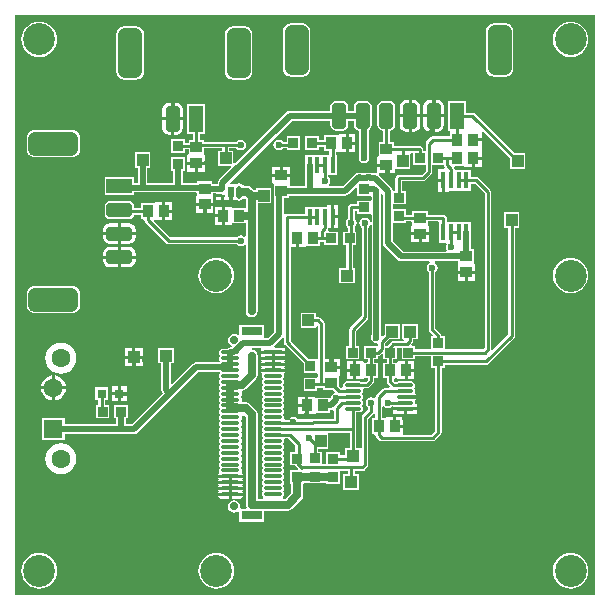
<source format=gtl>
G04*
G04 #@! TF.GenerationSoftware,Altium Limited,Altium Designer,18.1.9 (240)*
G04*
G04 Layer_Physical_Order=1*
G04 Layer_Color=255*
%FSLAX25Y25*%
%MOIN*%
G70*
G01*
G75*
%ADD11C,0.01968*%
%ADD14C,0.01000*%
%ADD16R,0.01772X0.05709*%
G04:AMPARAMS|DCode=17|XSize=78.74mil|YSize=165.35mil|CornerRadius=19.68mil|HoleSize=0mil|Usage=FLASHONLY|Rotation=270.000|XOffset=0mil|YOffset=0mil|HoleType=Round|Shape=RoundedRectangle|*
%AMROUNDEDRECTD17*
21,1,0.07874,0.12598,0,0,270.0*
21,1,0.03937,0.16535,0,0,270.0*
1,1,0.03937,-0.06299,-0.01968*
1,1,0.03937,-0.06299,0.01968*
1,1,0.03937,0.06299,0.01968*
1,1,0.03937,0.06299,-0.01968*
%
%ADD17ROUNDEDRECTD17*%
G04:AMPARAMS|DCode=18|XSize=47.24mil|YSize=86.61mil|CornerRadius=11.81mil|HoleSize=0mil|Usage=FLASHONLY|Rotation=270.000|XOffset=0mil|YOffset=0mil|HoleType=Round|Shape=RoundedRectangle|*
%AMROUNDEDRECTD18*
21,1,0.04724,0.06299,0,0,270.0*
21,1,0.02362,0.08661,0,0,270.0*
1,1,0.02362,-0.03150,-0.01181*
1,1,0.02362,-0.03150,0.01181*
1,1,0.02362,0.03150,0.01181*
1,1,0.02362,0.03150,-0.01181*
%
%ADD18ROUNDEDRECTD18*%
%ADD19R,0.08661X0.04724*%
%ADD20R,0.03937X0.03543*%
%ADD21R,0.03347X0.03347*%
%ADD22R,0.03543X0.03937*%
%ADD23R,0.01968X0.00984*%
%ADD24R,0.01968X0.03386*%
%ADD25R,0.03347X0.03347*%
%ADD26R,0.05709X0.01181*%
%ADD27O,0.05709X0.01181*%
%ADD28R,0.07087X0.03150*%
%ADD29O,0.06299X0.01181*%
%ADD30R,0.06299X0.01181*%
%ADD31R,0.03150X0.03150*%
G04:AMPARAMS|DCode=32|XSize=47.24mil|YSize=86.61mil|CornerRadius=11.81mil|HoleSize=0mil|Usage=FLASHONLY|Rotation=180.000|XOffset=0mil|YOffset=0mil|HoleType=Round|Shape=RoundedRectangle|*
%AMROUNDEDRECTD32*
21,1,0.04724,0.06299,0,0,180.0*
21,1,0.02362,0.08661,0,0,180.0*
1,1,0.02362,-0.01181,0.03150*
1,1,0.02362,0.01181,0.03150*
1,1,0.02362,0.01181,-0.03150*
1,1,0.02362,-0.01181,-0.03150*
%
%ADD32ROUNDEDRECTD32*%
G04:AMPARAMS|DCode=33|XSize=78.74mil|YSize=165.35mil|CornerRadius=19.68mil|HoleSize=0mil|Usage=FLASHONLY|Rotation=180.000|XOffset=0mil|YOffset=0mil|HoleType=Round|Shape=RoundedRectangle|*
%AMROUNDEDRECTD33*
21,1,0.07874,0.12598,0,0,180.0*
21,1,0.03937,0.16535,0,0,180.0*
1,1,0.03937,-0.01968,0.06299*
1,1,0.03937,0.01968,0.06299*
1,1,0.03937,0.01968,-0.06299*
1,1,0.03937,-0.01968,-0.06299*
%
%ADD33ROUNDEDRECTD33*%
%ADD34R,0.04724X0.08661*%
%ADD59R,0.03937X0.03937*%
%ADD60C,0.02756*%
%ADD61C,0.02165*%
%ADD62C,0.02756*%
%ADD63C,0.06299*%
%ADD64R,0.06299X0.06299*%
%ADD65C,0.10630*%
%ADD66C,0.02362*%
G36*
X195219Y1631D02*
X1631Y1631D01*
Y195219D01*
X195219Y195219D01*
Y1631D01*
D02*
G37*
%LPC*%
G36*
X187008Y192951D02*
X185848Y192837D01*
X184733Y192499D01*
X183706Y191950D01*
X182805Y191211D01*
X182066Y190310D01*
X181517Y189282D01*
X181178Y188167D01*
X181064Y187008D01*
X181178Y185848D01*
X181517Y184733D01*
X182066Y183706D01*
X182805Y182805D01*
X183706Y182066D01*
X184733Y181517D01*
X185848Y181178D01*
X187008Y181064D01*
X188167Y181178D01*
X189282Y181517D01*
X190310Y182066D01*
X191211Y182805D01*
X191950Y183706D01*
X192499Y184733D01*
X192837Y185848D01*
X192951Y187008D01*
X192837Y188167D01*
X192499Y189282D01*
X191950Y190310D01*
X191211Y191211D01*
X190310Y191950D01*
X189282Y192499D01*
X188167Y192837D01*
X187008Y192951D01*
D02*
G37*
G36*
X9843D02*
X8683Y192837D01*
X7568Y192499D01*
X6540Y191950D01*
X5640Y191211D01*
X4901Y190310D01*
X4351Y189282D01*
X4013Y188167D01*
X3899Y187008D01*
X4013Y185848D01*
X4351Y184733D01*
X4901Y183706D01*
X5640Y182805D01*
X6540Y182066D01*
X7568Y181517D01*
X8683Y181178D01*
X9843Y181064D01*
X11002Y181178D01*
X12117Y181517D01*
X13145Y182066D01*
X14045Y182805D01*
X14784Y183706D01*
X15334Y184733D01*
X15672Y185848D01*
X15786Y187008D01*
X15672Y188167D01*
X15334Y189282D01*
X14784Y190310D01*
X14045Y191211D01*
X13145Y191950D01*
X12117Y192499D01*
X11002Y192837D01*
X9843Y192951D01*
D02*
G37*
G36*
X165354Y192354D02*
X161417D01*
X160747Y192266D01*
X160122Y192007D01*
X159585Y191596D01*
X159174Y191059D01*
X158915Y190434D01*
X158827Y189764D01*
Y177165D01*
X158915Y176495D01*
X159174Y175870D01*
X159585Y175333D01*
X160122Y174922D01*
X160747Y174663D01*
X161417Y174575D01*
X165354D01*
X166025Y174663D01*
X166650Y174922D01*
X167186Y175333D01*
X167598Y175870D01*
X167857Y176495D01*
X167945Y177165D01*
Y189764D01*
X167857Y190434D01*
X167598Y191059D01*
X167186Y191596D01*
X166650Y192007D01*
X166025Y192266D01*
X165354Y192354D01*
D02*
G37*
G36*
X97638D02*
X93701D01*
X93030Y192266D01*
X92405Y192007D01*
X91869Y191596D01*
X91457Y191059D01*
X91198Y190434D01*
X91110Y189764D01*
Y177165D01*
X91198Y176495D01*
X91457Y175870D01*
X91869Y175333D01*
X92405Y174922D01*
X93030Y174663D01*
X93701Y174575D01*
X97638D01*
X98308Y174663D01*
X98933Y174922D01*
X99470Y175333D01*
X99881Y175870D01*
X100140Y176495D01*
X100228Y177165D01*
Y189764D01*
X100140Y190434D01*
X99881Y191059D01*
X99470Y191596D01*
X98933Y192007D01*
X98308Y192266D01*
X97638Y192354D01*
D02*
G37*
G36*
X78347Y191370D02*
X74410D01*
X73739Y191282D01*
X73114Y191023D01*
X72578Y190611D01*
X72166Y190075D01*
X71907Y189450D01*
X71819Y188779D01*
Y176181D01*
X71907Y175511D01*
X72166Y174886D01*
X72578Y174349D01*
X73114Y173937D01*
X73739Y173679D01*
X74410Y173590D01*
X78347D01*
X79017Y173679D01*
X79642Y173937D01*
X80178Y174349D01*
X80590Y174886D01*
X80849Y175511D01*
X80937Y176181D01*
Y188779D01*
X80849Y189450D01*
X80590Y190075D01*
X80178Y190611D01*
X79642Y191023D01*
X79017Y191282D01*
X78347Y191370D01*
D02*
G37*
G36*
X42126D02*
X38189D01*
X37519Y191282D01*
X36894Y191023D01*
X36357Y190611D01*
X35945Y190075D01*
X35687Y189450D01*
X35598Y188779D01*
Y176181D01*
X35687Y175511D01*
X35945Y174886D01*
X36357Y174349D01*
X36894Y173937D01*
X37519Y173679D01*
X38189Y173590D01*
X42126D01*
X42796Y173679D01*
X43421Y173937D01*
X43958Y174349D01*
X44370Y174886D01*
X44628Y175511D01*
X44717Y176181D01*
Y188779D01*
X44628Y189450D01*
X44370Y190075D01*
X43958Y190611D01*
X43421Y191023D01*
X42796Y191282D01*
X42126Y191370D01*
D02*
G37*
G36*
X118898Y166462D02*
X116535D01*
X115840Y166323D01*
X115251Y165930D01*
X114858Y165341D01*
X114719Y164646D01*
Y163111D01*
X112840D01*
Y164646D01*
X112701Y165341D01*
X112308Y165930D01*
X111719Y166323D01*
X111024Y166462D01*
X108661D01*
X107966Y166323D01*
X107377Y165930D01*
X106984Y165341D01*
X106845Y164646D01*
Y163111D01*
X93386D01*
X92768Y162988D01*
X92244Y162638D01*
X75058Y145453D01*
X74596Y145644D01*
Y149895D01*
X73149D01*
Y150676D01*
X75576D01*
X75684Y150514D01*
X76274Y150120D01*
X76968Y149982D01*
X77663Y150120D01*
X78253Y150514D01*
X78646Y151103D01*
X78785Y151798D01*
X78646Y152493D01*
X78253Y153082D01*
X77663Y153476D01*
X76968Y153614D01*
X76274Y153476D01*
X75684Y153082D01*
X75576Y152919D01*
X64773D01*
Y153382D01*
X63326D01*
Y155581D01*
X65167D01*
Y165443D01*
X59242D01*
Y155581D01*
X61083D01*
Y153382D01*
X59636D01*
Y152591D01*
X58376D01*
Y153743D01*
X53829D01*
Y149196D01*
X58376D01*
Y150348D01*
X59636D01*
X59636Y148709D01*
X59236Y148467D01*
X59236Y148398D01*
X59236Y148398D01*
Y146196D01*
X65173D01*
Y148398D01*
X65173Y148398D01*
Y148467D01*
X64773Y148709D01*
X64773Y148967D01*
Y150676D01*
X70906D01*
Y149895D01*
X69459D01*
Y144758D01*
X73710D01*
X73901Y144296D01*
X69763Y140158D01*
X69413Y139634D01*
X69290Y139016D01*
Y138902D01*
X67529D01*
Y139659D01*
X62392D01*
Y139214D01*
X57718D01*
Y143094D01*
X58376D01*
Y147641D01*
X53829D01*
Y143094D01*
X54487D01*
Y139214D01*
X45907D01*
Y144275D01*
X46860D01*
Y149412D01*
X41723D01*
Y144275D01*
X42676D01*
Y139214D01*
X41520D01*
Y140982D01*
X31658D01*
Y135058D01*
X41520D01*
Y135983D01*
X62039D01*
X62392Y135630D01*
X62392Y134985D01*
X61992Y134744D01*
X61992Y134674D01*
X61992Y134674D01*
Y132472D01*
X67929D01*
Y134674D01*
X67929Y134674D01*
Y134744D01*
X67693Y134886D01*
X67646Y135435D01*
X67883Y135672D01*
X68921D01*
Y135425D01*
X70906D01*
Y134925D01*
X71406D01*
Y133433D01*
X71736D01*
Y133413D01*
X73220D01*
Y136106D01*
X74221D01*
Y133413D01*
X75705D01*
X75705Y133413D01*
X75878Y133367D01*
X75918Y133340D01*
X76575Y133209D01*
X77231Y133340D01*
X77726Y133670D01*
X78159Y133833D01*
X78657Y133829D01*
X78692Y133794D01*
Y130800D01*
X74273Y130800D01*
X74032Y131200D01*
X73962Y131200D01*
X73962Y131200D01*
X71760D01*
Y128232D01*
Y125263D01*
X73962D01*
X73962Y125263D01*
X74032D01*
X74273Y125663D01*
X74532Y125663D01*
X78692D01*
Y121470D01*
X78461Y121338D01*
X78192Y121265D01*
X77667Y121615D01*
X76972Y121753D01*
X76278Y121615D01*
X75688Y121221D01*
X75580Y121059D01*
X53460D01*
X48068Y126451D01*
X48267Y126959D01*
X48478Y126968D01*
X48606Y126756D01*
X48676Y126756D01*
X48676Y126756D01*
X50878D01*
Y129724D01*
Y132693D01*
X48676D01*
X48676Y132693D01*
X48606D01*
X48365Y132293D01*
X48106Y132293D01*
X43691D01*
Y130846D01*
X41555D01*
Y131327D01*
X41416Y132022D01*
X41023Y132612D01*
X40433Y133005D01*
X39739Y133143D01*
X33439D01*
X32744Y133005D01*
X32155Y132612D01*
X31762Y132022D01*
X31623Y131327D01*
Y128965D01*
X31762Y128270D01*
X32155Y127681D01*
X32744Y127287D01*
X33439Y127149D01*
X39739D01*
X40433Y127287D01*
X41023Y127681D01*
X41416Y128270D01*
X41482Y128603D01*
X43691D01*
Y127156D01*
X44577D01*
X44941Y126870D01*
X45027Y126441D01*
X45270Y126077D01*
X52203Y119144D01*
X52203Y119144D01*
X52567Y118901D01*
X52996Y118816D01*
X52996Y118816D01*
X75580D01*
X75688Y118653D01*
X76278Y118260D01*
X76972Y118121D01*
X77667Y118260D01*
X78192Y118610D01*
X78461Y118536D01*
X78692Y118405D01*
Y100225D01*
X78692Y100224D01*
Y96358D01*
X78846Y95587D01*
X79283Y94932D01*
X79937Y94495D01*
X80709Y94342D01*
X81481Y94495D01*
X82135Y94932D01*
X82572Y95587D01*
X82726Y96358D01*
Y100225D01*
X82725Y100226D01*
Y129313D01*
X82726Y129314D01*
X82725Y129316D01*
Y132356D01*
X87214D01*
Y137493D01*
X82077D01*
Y136942D01*
X81249D01*
X80658Y137532D01*
X80004Y137969D01*
X79232Y138123D01*
X78159D01*
Y138379D01*
X77869D01*
X77788Y138500D01*
X77231Y138872D01*
X76575Y139003D01*
X75918Y138872D01*
X75705Y138799D01*
X75705Y138799D01*
X75705Y138799D01*
X73626D01*
X73435Y139261D01*
X94055Y159881D01*
X106845D01*
Y158346D01*
X106984Y157651D01*
X107377Y157062D01*
X107966Y156669D01*
X108661Y156530D01*
X111024D01*
X111719Y156669D01*
X112308Y157062D01*
X112701Y157651D01*
X112840Y158346D01*
Y159881D01*
X114719D01*
Y158346D01*
X114858Y157651D01*
X115251Y157062D01*
X115840Y156669D01*
X116495Y156538D01*
Y148312D01*
X116432Y148218D01*
X116294Y147523D01*
X116432Y146828D01*
X116826Y146239D01*
X117415Y145845D01*
X118110Y145707D01*
X118805Y145845D01*
X119394Y146239D01*
X119788Y146828D01*
X119926Y147523D01*
X119788Y148218D01*
X119726Y148312D01*
Y156757D01*
X120182Y157062D01*
X120575Y157651D01*
X120714Y158346D01*
Y164646D01*
X120575Y165341D01*
X120182Y165930D01*
X119593Y166323D01*
X118898Y166462D01*
D02*
G37*
G36*
X142520Y166869D02*
X141839D01*
Y161996D01*
X144744D01*
Y164646D01*
X144574Y165497D01*
X144092Y166218D01*
X143371Y166700D01*
X142520Y166869D01*
D02*
G37*
G36*
X134646D02*
X133965D01*
Y161996D01*
X136870D01*
Y164646D01*
X136700Y165497D01*
X136218Y166218D01*
X135497Y166700D01*
X134646Y166869D01*
D02*
G37*
G36*
X132965D02*
X132283D01*
X131432Y166700D01*
X130711Y166218D01*
X130229Y165497D01*
X130060Y164646D01*
Y161996D01*
X132965D01*
Y166869D01*
D02*
G37*
G36*
X140839D02*
X140157D01*
X139306Y166700D01*
X138585Y166218D01*
X138103Y165497D01*
X137934Y164646D01*
Y161996D01*
X140839D01*
Y166869D01*
D02*
G37*
G36*
X55512Y165885D02*
X54831D01*
Y161012D01*
X57736D01*
Y163661D01*
X57566Y164512D01*
X57084Y165234D01*
X56363Y165716D01*
X55512Y165885D01*
D02*
G37*
G36*
X53831D02*
X53150D01*
X52299Y165716D01*
X51577Y165234D01*
X51095Y164512D01*
X50926Y163661D01*
Y161012D01*
X53831D01*
Y165885D01*
D02*
G37*
G36*
X144744Y160996D02*
X141839D01*
Y156123D01*
X142520D01*
X143371Y156292D01*
X144092Y156774D01*
X144574Y157495D01*
X144744Y158346D01*
Y160996D01*
D02*
G37*
G36*
X140839D02*
X137934D01*
Y158346D01*
X138103Y157495D01*
X138585Y156774D01*
X139306Y156292D01*
X140157Y156123D01*
X140839D01*
Y160996D01*
D02*
G37*
G36*
X136870D02*
X133965D01*
Y156123D01*
X134646D01*
X135497Y156292D01*
X136218Y156774D01*
X136700Y157495D01*
X136870Y158346D01*
Y160996D01*
D02*
G37*
G36*
X132965D02*
X130060D01*
Y158346D01*
X130229Y157495D01*
X130711Y156774D01*
X131432Y156292D01*
X132283Y156123D01*
X132965D01*
Y160996D01*
D02*
G37*
G36*
X57736Y160012D02*
X54831D01*
Y155138D01*
X55512D01*
X56363Y155308D01*
X57084Y155790D01*
X57566Y156511D01*
X57736Y157362D01*
Y160012D01*
D02*
G37*
G36*
X53831D02*
X50926D01*
Y157362D01*
X51095Y156511D01*
X51577Y155790D01*
X52299Y155308D01*
X53150Y155138D01*
X53831D01*
Y160012D01*
D02*
G37*
G36*
X96880Y154662D02*
X92333D01*
Y152919D01*
X91156D01*
X91046Y153084D01*
X90457Y153477D01*
X89762Y153615D01*
X89067Y153477D01*
X88478Y153084D01*
X88085Y152494D01*
X87946Y151799D01*
X88085Y151104D01*
X88478Y150515D01*
X89067Y150122D01*
X89762Y149983D01*
X90457Y150122D01*
X91046Y150515D01*
X91154Y150676D01*
X92333D01*
Y150115D01*
X96880D01*
Y154662D01*
D02*
G37*
G36*
X115252Y155357D02*
X112980D01*
Y152889D01*
X115252D01*
Y155357D01*
D02*
G37*
G36*
Y151889D02*
X112980D01*
Y149420D01*
X115252D01*
Y151889D01*
D02*
G37*
G36*
X20920Y156753D02*
X8321D01*
X7651Y156664D01*
X7026Y156406D01*
X6489Y155994D01*
X6078Y155457D01*
X5819Y154833D01*
X5731Y154162D01*
Y150225D01*
X5819Y149555D01*
X6078Y148930D01*
X6489Y148393D01*
X7026Y147981D01*
X7651Y147723D01*
X8321Y147634D01*
X20920D01*
X21590Y147723D01*
X22215Y147981D01*
X22752Y148393D01*
X23163Y148930D01*
X23422Y149555D01*
X23510Y150225D01*
Y154162D01*
X23422Y154833D01*
X23163Y155457D01*
X22752Y155994D01*
X22215Y156406D01*
X21590Y156664D01*
X20920Y156753D01*
D02*
G37*
G36*
X157299Y146826D02*
X155027D01*
Y144358D01*
X157299D01*
Y146826D01*
D02*
G37*
G36*
X126772Y166462D02*
X124409D01*
X123714Y166323D01*
X123125Y165930D01*
X122732Y165341D01*
X122593Y164646D01*
Y158346D01*
X122732Y157651D01*
X123125Y157062D01*
X123714Y156669D01*
X124409Y156530D01*
X124469D01*
Y152792D01*
X123022D01*
Y148048D01*
X122622Y147877D01*
Y145605D01*
X125591D01*
Y145105D01*
X126091D01*
Y142333D01*
X128559D01*
Y143895D01*
X133572D01*
Y148952D01*
X133979Y149258D01*
X134422Y149158D01*
Y145225D01*
X138625D01*
Y143188D01*
X137314Y141877D01*
X129713D01*
X129283Y141792D01*
X128919Y141549D01*
X128676Y141185D01*
X128591Y140756D01*
Y136525D01*
X127656D01*
Y136532D01*
X127533Y137150D01*
X127183Y137674D01*
X123023Y141833D01*
X123230Y142333D01*
X125091D01*
Y144605D01*
X122622D01*
Y142784D01*
X122508Y142673D01*
X122122Y142454D01*
X121637Y142551D01*
X120347D01*
X120201Y142580D01*
X119285D01*
X119139Y142551D01*
X117082D01*
X116936Y142580D01*
X116348D01*
X115730Y142457D01*
X115206Y142107D01*
X111197Y138098D01*
X106643D01*
X106510Y138340D01*
X106442Y138598D01*
X106795Y139127D01*
X106934Y139822D01*
X106795Y140517D01*
X106402Y141106D01*
X106239Y141215D01*
Y141689D01*
X109162D01*
Y148598D01*
X108798D01*
Y149467D01*
X109020Y149688D01*
X109577Y149639D01*
X109709Y149420D01*
X109778Y149420D01*
X109778Y149420D01*
X111980D01*
Y152389D01*
Y155357D01*
X109778D01*
X109778Y155357D01*
X109709D01*
X109467Y154957D01*
X109209Y154957D01*
X104794D01*
Y153510D01*
X102982D01*
Y154662D01*
X98435D01*
Y150115D01*
X102982D01*
Y151267D01*
X104794D01*
Y149820D01*
X106555D01*
Y148598D01*
X98514D01*
Y145772D01*
X98507Y145762D01*
X98384Y145144D01*
Y138098D01*
X95875D01*
X95794Y138114D01*
X93473D01*
X93307Y138280D01*
X93363Y138866D01*
X93520Y138961D01*
X93520Y139030D01*
X93520Y139030D01*
Y141232D01*
X90551D01*
X87583D01*
Y139030D01*
X87583Y139030D01*
Y138961D01*
X87983Y138719D01*
X87983Y138461D01*
Y134046D01*
X88147D01*
Y89368D01*
X86123Y87344D01*
X85251D01*
X84852Y87589D01*
Y91939D01*
X76565D01*
Y88565D01*
X76065Y88346D01*
X75575Y88674D01*
X74803Y88828D01*
X74031Y88674D01*
X73377Y88237D01*
X72940Y87583D01*
X72786Y86811D01*
X72940Y86039D01*
X73377Y85385D01*
X73836Y85079D01*
X73988Y84540D01*
X73979Y84449D01*
X73857Y84292D01*
X73622D01*
X73004Y84169D01*
X72587Y83891D01*
X71063D01*
X70599Y83799D01*
X70205Y83535D01*
X69942Y83142D01*
X69849Y82677D01*
X69942Y82213D01*
X70205Y81819D01*
Y81567D01*
X69942Y81173D01*
X69849Y80709D01*
X69942Y80244D01*
X70205Y79850D01*
Y79795D01*
X69799Y79371D01*
X62105D01*
X61487Y79248D01*
X60963Y78898D01*
X54243Y72177D01*
X53781Y72369D01*
Y79047D01*
X54734D01*
Y84184D01*
X49597D01*
Y79047D01*
X50550D01*
Y69979D01*
X50673Y69361D01*
X50975Y68910D01*
X40767Y58702D01*
X38696D01*
Y60680D01*
X39354D01*
Y65226D01*
X34808D01*
Y60680D01*
X35466D01*
Y58702D01*
X18370D01*
Y60836D01*
X10871D01*
Y53337D01*
X18370D01*
Y55471D01*
X41436D01*
X42054Y55594D01*
X42578Y55944D01*
X42578Y55944D01*
X42578Y55944D01*
X54389Y67756D01*
X62774Y76140D01*
X70022D01*
X70128Y76029D01*
X70205Y75913D01*
Y75661D01*
X69942Y75268D01*
X69849Y74803D01*
X69942Y74339D01*
X70205Y73945D01*
Y73693D01*
X69942Y73299D01*
X69849Y72835D01*
X69942Y72370D01*
X70205Y71976D01*
Y71724D01*
X69942Y71331D01*
X69849Y70866D01*
X69942Y70402D01*
X70205Y70008D01*
Y69756D01*
X69942Y69362D01*
X69849Y68898D01*
X69942Y68433D01*
X70205Y68039D01*
Y67787D01*
X69942Y67394D01*
X69849Y66929D01*
X69942Y66465D01*
X70205Y66071D01*
Y65819D01*
X69942Y65425D01*
X69849Y64961D01*
X69942Y64496D01*
X70205Y64102D01*
Y63850D01*
X69942Y63457D01*
X69849Y62992D01*
X69942Y62528D01*
X70205Y62134D01*
Y61882D01*
X69942Y61488D01*
X69849Y61024D01*
X69942Y60559D01*
X70205Y60165D01*
Y59913D01*
X69942Y59520D01*
X69849Y59055D01*
X69942Y58591D01*
X70205Y58197D01*
Y57945D01*
X69942Y57551D01*
X69849Y57087D01*
X69942Y56622D01*
X70205Y56228D01*
Y55976D01*
X69942Y55583D01*
X69849Y55118D01*
X69942Y54654D01*
X70205Y54260D01*
Y54008D01*
X69942Y53614D01*
X69849Y53150D01*
X69942Y52685D01*
X70205Y52291D01*
Y52039D01*
X69942Y51646D01*
X69849Y51181D01*
X69942Y50717D01*
X70205Y50323D01*
Y50071D01*
X69942Y49677D01*
X69849Y49213D01*
X69942Y48748D01*
X70205Y48354D01*
Y48102D01*
X69942Y47709D01*
X69849Y47244D01*
X69942Y46780D01*
X70205Y46386D01*
Y46134D01*
X69942Y45740D01*
X69849Y45276D01*
X69942Y44811D01*
X70205Y44417D01*
Y44165D01*
X69942Y43772D01*
X69849Y43307D01*
X69942Y42843D01*
X70099Y42607D01*
X69916Y42485D01*
X69565Y41959D01*
X69541Y41839D01*
X77703D01*
X77679Y41959D01*
X77328Y42485D01*
X77145Y42607D01*
X77303Y42843D01*
X77395Y43307D01*
X77303Y43772D01*
X77039Y44165D01*
Y44417D01*
X77303Y44811D01*
X77395Y45276D01*
X77303Y45740D01*
X77039Y46134D01*
Y46386D01*
X77303Y46780D01*
X77395Y47244D01*
X77303Y47709D01*
X77039Y48102D01*
Y48354D01*
X77303Y48748D01*
X77395Y49213D01*
X77303Y49677D01*
X77039Y50071D01*
Y50323D01*
X77303Y50717D01*
X77395Y51181D01*
X77303Y51646D01*
X77039Y52039D01*
Y52291D01*
X77303Y52685D01*
X77395Y53150D01*
X77303Y53614D01*
X77039Y54008D01*
Y54260D01*
X77303Y54654D01*
X77395Y55118D01*
X77303Y55583D01*
X77039Y55976D01*
Y56228D01*
X77303Y56622D01*
X77395Y57087D01*
X77303Y57551D01*
X77039Y57945D01*
Y58197D01*
X77303Y58591D01*
X77395Y59055D01*
X77303Y59520D01*
X77039Y59913D01*
Y60165D01*
X77303Y60559D01*
X77395Y61024D01*
X77332Y61342D01*
X77641Y61794D01*
X78036Y61829D01*
X78692Y61172D01*
Y31899D01*
X78846Y31128D01*
X78956Y30962D01*
X78720Y30521D01*
X77175D01*
X76765Y31021D01*
X76820Y31299D01*
X76666Y32071D01*
X76229Y32725D01*
X75575Y33162D01*
X74803Y33316D01*
X74031Y33162D01*
X73377Y32725D01*
X72940Y32071D01*
X72786Y31299D01*
X72940Y30527D01*
X73377Y29873D01*
X74031Y29436D01*
X74803Y29283D01*
X75575Y29436D01*
X76065Y29764D01*
X76565Y29545D01*
Y26172D01*
X84852D01*
Y29882D01*
X92752D01*
X93524Y30036D01*
X94178Y30473D01*
X97297Y33592D01*
X97735Y34247D01*
X97888Y35018D01*
Y38868D01*
X98145D01*
Y39125D01*
X99525D01*
Y38967D01*
X104071D01*
Y39125D01*
X105529D01*
Y38868D01*
X110075D01*
Y43170D01*
X112716D01*
Y41960D01*
X111269D01*
Y36823D01*
X116406D01*
Y41960D01*
X114959D01*
Y43170D01*
X117534D01*
X117534Y43170D01*
X117963Y43255D01*
X118327Y43498D01*
X119204Y44375D01*
X119204Y44375D01*
X119447Y44739D01*
X119532Y45168D01*
Y60466D01*
X121306Y62240D01*
X121306Y62240D01*
X121410Y62396D01*
X121910Y62244D01*
Y60639D01*
X120660D01*
Y55502D01*
X121611D01*
X121910Y55118D01*
X121995Y54689D01*
X122238Y54325D01*
X123223Y53341D01*
X123587Y53098D01*
X124016Y53012D01*
X124016Y53012D01*
X141043D01*
X141043Y53012D01*
X141472Y53098D01*
X141836Y53341D01*
X143685Y55190D01*
X143685Y55190D01*
X143929Y55554D01*
X144014Y55983D01*
X144014Y55983D01*
Y77354D01*
X145166D01*
Y78505D01*
X158700D01*
X158700Y78505D01*
X159129Y78591D01*
X159493Y78834D01*
X168116Y87457D01*
X168116Y87457D01*
X168359Y87821D01*
X168444Y88250D01*
Y124285D01*
X169891D01*
Y129422D01*
X164754D01*
Y124285D01*
X166201D01*
Y88715D01*
X161059Y83573D01*
X160889Y83604D01*
X160570Y83791D01*
Y136106D01*
X160485Y136535D01*
X160242Y136899D01*
X160242Y136899D01*
X156305Y140836D01*
X155941Y141079D01*
X155512Y141164D01*
X155512Y141164D01*
X153750D01*
Y143497D01*
X148632D01*
X148267Y143783D01*
X148182Y144212D01*
X148151Y144258D01*
X148419Y144758D01*
X151514Y144758D01*
X151756Y144358D01*
X151826Y144358D01*
X151826Y144358D01*
X154027D01*
Y147326D01*
X154527D01*
Y147826D01*
X157299D01*
Y150075D01*
X157299Y150435D01*
X157299Y150795D01*
Y153043D01*
X154528D01*
Y154043D01*
X157299D01*
X157299Y156157D01*
X157299Y156162D01*
X157799Y156369D01*
X166723Y147446D01*
Y143895D01*
X171860D01*
Y149032D01*
X168309D01*
X155052Y162289D01*
X154688Y162532D01*
X154259Y162618D01*
X154259Y162618D01*
X152175D01*
Y166427D01*
X146250D01*
Y156565D01*
X146729D01*
X146841Y156112D01*
X146841D01*
Y154665D01*
X141017D01*
X141017Y154665D01*
X140588Y154579D01*
X140224Y154336D01*
X138953Y153066D01*
X138710Y152702D01*
X138625Y152273D01*
X138625Y152273D01*
Y149771D01*
X137817D01*
Y150420D01*
X137732Y150849D01*
X137488Y151213D01*
X137125Y151456D01*
X136695Y151542D01*
X128159D01*
Y152792D01*
X126712D01*
Y156530D01*
X126772D01*
X127467Y156669D01*
X128056Y157062D01*
X128449Y157651D01*
X128588Y158346D01*
Y164646D01*
X128449Y165341D01*
X128056Y165930D01*
X127467Y166323D01*
X126772Y166462D01*
D02*
G37*
G36*
X65173Y145196D02*
X62705D01*
Y142924D01*
X65173D01*
Y145196D01*
D02*
G37*
G36*
X61705D02*
X59236D01*
Y142924D01*
X61705D01*
Y145196D01*
D02*
G37*
G36*
X93520Y144504D02*
X91051D01*
Y142232D01*
X93520D01*
Y144504D01*
D02*
G37*
G36*
X90051D02*
X87583D01*
Y142232D01*
X90051D01*
Y144504D01*
D02*
G37*
G36*
X70406Y134425D02*
X68921D01*
Y133433D01*
X70406D01*
Y134425D01*
D02*
G37*
G36*
X54150Y132693D02*
X51878D01*
Y130224D01*
X54150D01*
Y132693D01*
D02*
G37*
G36*
X67929Y131472D02*
X65461D01*
Y129200D01*
X67929D01*
Y131472D01*
D02*
G37*
G36*
X64461D02*
X61992D01*
Y129200D01*
X64461D01*
Y131472D01*
D02*
G37*
G36*
X70760Y131200D02*
X68488D01*
Y128732D01*
X70760D01*
Y131200D01*
D02*
G37*
G36*
X54150Y129224D02*
X51878D01*
Y126756D01*
X54150D01*
Y129224D01*
D02*
G37*
G36*
X70760Y127732D02*
X68488D01*
Y125263D01*
X70760D01*
Y127732D01*
D02*
G37*
G36*
X39739Y125677D02*
X37089D01*
Y122772D01*
X41962D01*
Y123453D01*
X41793Y124304D01*
X41311Y125026D01*
X40590Y125508D01*
X39739Y125677D01*
D02*
G37*
G36*
X36089D02*
X33439D01*
X32588Y125508D01*
X31867Y125026D01*
X31385Y124304D01*
X31216Y123453D01*
Y122772D01*
X36089D01*
Y125677D01*
D02*
G37*
G36*
X41962Y121772D02*
X37089D01*
Y118867D01*
X39739D01*
X40590Y119037D01*
X41311Y119519D01*
X41793Y120240D01*
X41962Y121091D01*
Y121772D01*
D02*
G37*
G36*
X36089D02*
X31216D01*
Y121091D01*
X31385Y120240D01*
X31867Y119519D01*
X32588Y119037D01*
X33439Y118867D01*
X36089D01*
Y121772D01*
D02*
G37*
G36*
X39739Y117803D02*
X37089D01*
Y114898D01*
X41962D01*
Y115579D01*
X41793Y116430D01*
X41311Y117152D01*
X40590Y117634D01*
X39739Y117803D01*
D02*
G37*
G36*
X36089D02*
X33439D01*
X32588Y117634D01*
X31867Y117152D01*
X31385Y116430D01*
X31216Y115579D01*
Y114898D01*
X36089D01*
Y117803D01*
D02*
G37*
G36*
X41962Y113898D02*
X37089D01*
Y110993D01*
X39739D01*
X40590Y111163D01*
X41311Y111645D01*
X41793Y112366D01*
X41962Y113217D01*
Y113898D01*
D02*
G37*
G36*
X36089D02*
X31216D01*
Y113217D01*
X31385Y112366D01*
X31867Y111645D01*
X32588Y111163D01*
X33439Y110993D01*
X36089D01*
Y113898D01*
D02*
G37*
G36*
X187008Y114211D02*
X185848Y114097D01*
X184733Y113759D01*
X183706Y113210D01*
X182805Y112470D01*
X182066Y111570D01*
X181517Y110542D01*
X181178Y109427D01*
X181064Y108268D01*
X181178Y107108D01*
X181517Y105993D01*
X182066Y104966D01*
X182805Y104065D01*
X183706Y103326D01*
X184733Y102777D01*
X185848Y102438D01*
X187008Y102324D01*
X188167Y102438D01*
X189282Y102777D01*
X190310Y103326D01*
X191211Y104065D01*
X191950Y104966D01*
X192499Y105993D01*
X192837Y107108D01*
X192951Y108268D01*
X192837Y109427D01*
X192499Y110542D01*
X191950Y111570D01*
X191211Y112470D01*
X190310Y113210D01*
X189282Y113759D01*
X188167Y114097D01*
X187008Y114211D01*
D02*
G37*
G36*
X68898D02*
X67738Y114097D01*
X66623Y113759D01*
X65596Y113210D01*
X64695Y112470D01*
X63956Y111570D01*
X63406Y110542D01*
X63068Y109427D01*
X62954Y108268D01*
X63068Y107108D01*
X63406Y105993D01*
X63956Y104966D01*
X64695Y104065D01*
X65596Y103326D01*
X66623Y102777D01*
X67738Y102438D01*
X68898Y102324D01*
X70057Y102438D01*
X71172Y102777D01*
X72200Y103326D01*
X73100Y104065D01*
X73839Y104966D01*
X74389Y105993D01*
X74727Y107108D01*
X74841Y108268D01*
X74727Y109427D01*
X74389Y110542D01*
X73839Y111570D01*
X73100Y112470D01*
X72200Y113210D01*
X71172Y113759D01*
X70057Y114097D01*
X68898Y114211D01*
D02*
G37*
G36*
X20920Y104784D02*
X8321D01*
X7651Y104696D01*
X7026Y104437D01*
X6489Y104025D01*
X6078Y103489D01*
X5819Y102864D01*
X5731Y102193D01*
Y98256D01*
X5819Y97586D01*
X6078Y96961D01*
X6489Y96425D01*
X7026Y96013D01*
X7651Y95754D01*
X8321Y95666D01*
X20920D01*
X21590Y95754D01*
X22215Y96013D01*
X22752Y96425D01*
X23163Y96961D01*
X23422Y97586D01*
X23510Y98256D01*
Y102193D01*
X23422Y102864D01*
X23163Y103489D01*
X22752Y104025D01*
X22215Y104437D01*
X21590Y104696D01*
X20920Y104784D01*
D02*
G37*
G36*
X44405Y83973D02*
X41936D01*
Y81505D01*
X44405D01*
Y83973D01*
D02*
G37*
G36*
X40936D02*
X38468D01*
Y81505D01*
X40936D01*
Y83973D01*
D02*
G37*
G36*
X44405Y80505D02*
X41936D01*
Y78036D01*
X44405D01*
Y80505D01*
D02*
G37*
G36*
X40936D02*
X38468D01*
Y78036D01*
X40936D01*
Y80505D01*
D02*
G37*
G36*
X17101Y85880D02*
X15762Y85704D01*
X14515Y85188D01*
X13444Y84366D01*
X12622Y83294D01*
X12105Y82047D01*
X11929Y80709D01*
X12105Y79370D01*
X12622Y78123D01*
X13444Y77052D01*
X14515Y76230D01*
X15762Y75713D01*
X17101Y75537D01*
X18439Y75713D01*
X19687Y76230D01*
X20758Y77052D01*
X21580Y78123D01*
X22096Y79370D01*
X22273Y80709D01*
X22096Y82047D01*
X21580Y83294D01*
X20758Y84366D01*
X19687Y85188D01*
X18439Y85704D01*
X17101Y85880D01*
D02*
G37*
G36*
X15121Y74986D02*
Y71366D01*
X18740D01*
X18663Y71949D01*
X18245Y72959D01*
X17580Y73826D01*
X16713Y74491D01*
X15704Y74909D01*
X15121Y74986D01*
D02*
G37*
G36*
X14120D02*
X13537Y74909D01*
X12528Y74491D01*
X11661Y73826D01*
X10996Y72959D01*
X10578Y71949D01*
X10501Y71366D01*
X14120D01*
Y74986D01*
D02*
G37*
G36*
X39164Y71472D02*
X37089D01*
Y69398D01*
X39164D01*
Y71472D01*
D02*
G37*
G36*
X36089D02*
X34014D01*
Y69398D01*
X36089D01*
Y71472D01*
D02*
G37*
G36*
X18740Y70366D02*
X15121D01*
Y66746D01*
X15704Y66823D01*
X16713Y67241D01*
X17580Y67907D01*
X18245Y68773D01*
X18663Y69783D01*
X18740Y70366D01*
D02*
G37*
G36*
X14120D02*
X10501D01*
X10578Y69783D01*
X10996Y68773D01*
X11661Y67907D01*
X12528Y67241D01*
X13537Y66823D01*
X14120Y66746D01*
Y70366D01*
D02*
G37*
G36*
X39164Y68398D02*
X37089D01*
Y66323D01*
X39164D01*
Y68398D01*
D02*
G37*
G36*
X36089D02*
X34014D01*
Y66323D01*
X36089D01*
Y68398D01*
D02*
G37*
G36*
X32858Y71072D02*
X28509D01*
Y66723D01*
X29562D01*
Y65226D01*
X28705D01*
Y60680D01*
X33252D01*
Y65226D01*
X31805D01*
Y66723D01*
X32858D01*
Y71072D01*
D02*
G37*
G36*
X17101Y52416D02*
X15762Y52240D01*
X14515Y51723D01*
X13444Y50901D01*
X12622Y49830D01*
X12105Y48583D01*
X11929Y47244D01*
X12105Y45906D01*
X12622Y44658D01*
X13444Y43587D01*
X14515Y42765D01*
X15762Y42248D01*
X17101Y42072D01*
X18439Y42248D01*
X19687Y42765D01*
X20758Y43587D01*
X21580Y44658D01*
X22096Y45906D01*
X22273Y47244D01*
X22096Y48583D01*
X21580Y49830D01*
X20758Y50901D01*
X19687Y51723D01*
X18439Y52240D01*
X17101Y52416D01*
D02*
G37*
G36*
X77703Y40839D02*
X69541D01*
X69565Y40718D01*
X69808Y40354D01*
X69565Y39991D01*
X69541Y39870D01*
X77703D01*
X77679Y39991D01*
X77436Y40354D01*
X77679Y40718D01*
X77703Y40839D01*
D02*
G37*
G36*
Y38870D02*
X69541D01*
X69565Y38750D01*
X69808Y38386D01*
X69565Y38022D01*
X69541Y37902D01*
X77703D01*
X77679Y38022D01*
X77436Y38386D01*
X77679Y38750D01*
X77703Y38870D01*
D02*
G37*
G36*
Y36902D02*
X69541D01*
X69565Y36781D01*
X69808Y36417D01*
X69565Y36054D01*
X69541Y35933D01*
X77703D01*
X77679Y36054D01*
X77436Y36417D01*
X77679Y36781D01*
X77703Y36902D01*
D02*
G37*
G36*
Y34933D02*
X74122D01*
Y33811D01*
X76181D01*
X76802Y33935D01*
X77328Y34286D01*
X77679Y34813D01*
X77703Y34933D01*
D02*
G37*
G36*
X73122D02*
X69541D01*
X69565Y34813D01*
X69916Y34286D01*
X70442Y33935D01*
X71063Y33811D01*
X73122D01*
Y34933D01*
D02*
G37*
G36*
X187008Y15786D02*
X185848Y15672D01*
X184733Y15334D01*
X183706Y14784D01*
X182805Y14045D01*
X182066Y13145D01*
X181517Y12117D01*
X181178Y11002D01*
X181064Y9843D01*
X181178Y8683D01*
X181517Y7568D01*
X182066Y6540D01*
X182805Y5640D01*
X183706Y4901D01*
X184733Y4351D01*
X185848Y4013D01*
X187008Y3899D01*
X188167Y4013D01*
X189282Y4351D01*
X190310Y4901D01*
X191211Y5640D01*
X191950Y6540D01*
X192499Y7568D01*
X192837Y8683D01*
X192951Y9843D01*
X192837Y11002D01*
X192499Y12117D01*
X191950Y13145D01*
X191211Y14045D01*
X190310Y14784D01*
X189282Y15334D01*
X188167Y15672D01*
X187008Y15786D01*
D02*
G37*
G36*
X68898D02*
X67738Y15672D01*
X66623Y15334D01*
X65596Y14784D01*
X64695Y14045D01*
X63956Y13145D01*
X63406Y12117D01*
X63068Y11002D01*
X62954Y9843D01*
X63068Y8683D01*
X63406Y7568D01*
X63956Y6540D01*
X64695Y5640D01*
X65596Y4901D01*
X66623Y4351D01*
X67738Y4013D01*
X68898Y3899D01*
X70057Y4013D01*
X71172Y4351D01*
X72200Y4901D01*
X73100Y5640D01*
X73839Y6540D01*
X74389Y7568D01*
X74727Y8683D01*
X74841Y9843D01*
X74727Y11002D01*
X74389Y12117D01*
X73839Y13145D01*
X73100Y14045D01*
X72200Y14784D01*
X71172Y15334D01*
X70057Y15672D01*
X68898Y15786D01*
D02*
G37*
G36*
X9843D02*
X8683Y15672D01*
X7568Y15334D01*
X6540Y14784D01*
X5640Y14045D01*
X4901Y13145D01*
X4351Y12117D01*
X4013Y11002D01*
X3899Y9843D01*
X4013Y8683D01*
X4351Y7568D01*
X4901Y6540D01*
X5640Y5640D01*
X6540Y4901D01*
X7568Y4351D01*
X8683Y4013D01*
X9843Y3899D01*
X11002Y4013D01*
X12117Y4351D01*
X13145Y4901D01*
X14045Y5640D01*
X14784Y6540D01*
X15334Y7568D01*
X15672Y8683D01*
X15786Y9843D01*
X15672Y11002D01*
X15334Y12117D01*
X14784Y13145D01*
X14045Y14045D01*
X13145Y14784D01*
X12117Y15334D01*
X11002Y15672D01*
X9843Y15786D01*
D02*
G37*
%LPD*%
G36*
X144798Y145009D02*
X144883Y144580D01*
X145005Y144397D01*
X144772Y143897D01*
X142701D01*
Y140543D01*
X144587D01*
Y140043D01*
X145087D01*
Y136189D01*
X146472D01*
Y136589D01*
X153750D01*
Y138921D01*
X155047D01*
X158327Y135641D01*
Y84126D01*
X157903Y83701D01*
X145166D01*
Y88003D01*
X143838D01*
Y88386D01*
X143753Y88815D01*
X143510Y89179D01*
X143510Y89179D01*
X141951Y90738D01*
Y109536D01*
X142113Y109644D01*
X142507Y110234D01*
X142645Y110928D01*
X142507Y111624D01*
X142113Y112213D01*
X141624Y112540D01*
X141714Y113040D01*
X149342D01*
X149579Y112803D01*
X149531Y112254D01*
X149295Y112112D01*
X149295Y112042D01*
X149295Y112042D01*
Y109840D01*
X155232D01*
Y112042D01*
X155232Y112042D01*
Y112112D01*
X154832Y112353D01*
X154832Y112612D01*
Y117026D01*
X153879D01*
Y122720D01*
X153756Y123338D01*
X153750Y123348D01*
Y126174D01*
X145708D01*
Y127487D01*
X145623Y127916D01*
X145380Y128280D01*
X145016Y128523D01*
X144587Y128609D01*
X139358D01*
Y129859D01*
X134221D01*
Y128609D01*
X131986D01*
Y130423D01*
X127656D01*
Y131979D01*
X131986D01*
Y136525D01*
X130834D01*
Y139634D01*
X137779D01*
X137779Y139634D01*
X138208Y139720D01*
X138572Y139963D01*
X140540Y141930D01*
X140540Y141930D01*
X140783Y142294D01*
X140868Y142723D01*
X140868Y142723D01*
Y145225D01*
X144386D01*
X144798Y145009D01*
D02*
G37*
G36*
X115837Y137516D02*
Y134833D01*
X120384D01*
X120629Y134435D01*
Y133676D01*
X120384Y133277D01*
X120129Y133277D01*
X115837D01*
Y132125D01*
X113837D01*
X113408Y132040D01*
X113044Y131797D01*
X112801Y131433D01*
X112716Y131004D01*
Y127064D01*
X112553Y126956D01*
X112159Y126367D01*
X112021Y125672D01*
X112159Y124977D01*
X112553Y124388D01*
X112716Y124279D01*
Y122926D01*
X111024D01*
Y118380D01*
X112275D01*
Y110836D01*
X109912D01*
Y105699D01*
X115049D01*
Y110836D01*
X114518D01*
Y118380D01*
X115571D01*
Y122926D01*
X114959D01*
Y124279D01*
X115121Y124388D01*
X115515Y124977D01*
X115653Y125672D01*
X115515Y126367D01*
X115121Y126956D01*
X114959Y127064D01*
Y129882D01*
X115837D01*
Y128731D01*
X120129D01*
X120384Y128731D01*
X120629Y128332D01*
Y126213D01*
X120129Y126164D01*
X120089Y126367D01*
X119695Y126956D01*
X119106Y127349D01*
X118411Y127488D01*
X117716Y127349D01*
X117127Y126956D01*
X116733Y126367D01*
X116595Y125672D01*
X116733Y124977D01*
X117127Y124388D01*
X117289Y124279D01*
Y94803D01*
X113535Y91049D01*
X113292Y90685D01*
X113206Y90256D01*
X113206Y90256D01*
Y84853D01*
X112055D01*
Y80306D01*
X116601D01*
Y84853D01*
X115449D01*
Y89791D01*
X119204Y93546D01*
X119204Y93546D01*
X119447Y93910D01*
X119532Y94339D01*
X119532Y94339D01*
Y124279D01*
X119695Y124388D01*
X120089Y124977D01*
X120129Y125179D01*
X120629Y125130D01*
Y88387D01*
X120566Y88293D01*
X120428Y87598D01*
X120566Y86904D01*
X120960Y86314D01*
X121549Y85921D01*
X122244Y85782D01*
X122547Y85843D01*
X122933Y85525D01*
Y85258D01*
X122703Y84853D01*
X118157D01*
Y80306D01*
X119309D01*
Y79596D01*
X118955Y79243D01*
X118128Y79243D01*
X117887Y79643D01*
X117817Y79643D01*
X117817Y79643D01*
X115615D01*
Y76674D01*
Y73706D01*
X117817D01*
X117817Y73706D01*
X117887D01*
X118128Y74106D01*
X118387Y74106D01*
X119309D01*
Y73553D01*
X118630Y72874D01*
X117202D01*
X116737Y72967D01*
X112210D01*
X111746Y72874D01*
X111352Y72611D01*
X111089Y72217D01*
X110996Y71753D01*
X111065Y71406D01*
X110789Y70906D01*
X110149D01*
X109634Y71421D01*
Y74775D01*
X110034Y74947D01*
Y77219D01*
X107065D01*
Y77719D01*
X106565D01*
Y80490D01*
X104960D01*
Y92272D01*
X104960Y92272D01*
X104875Y92701D01*
X104632Y93065D01*
X103596Y94100D01*
X103232Y94343D01*
X102803Y94429D01*
X102803Y94429D01*
X102103D01*
Y95876D01*
X96966D01*
Y90739D01*
X102103D01*
Y91237D01*
X102603Y91504D01*
X102717Y91427D01*
Y80815D01*
X102547Y80386D01*
X102217Y80386D01*
X99749D01*
X93641Y86493D01*
Y117685D01*
X95342D01*
Y120653D01*
X96342D01*
Y117685D01*
X98614D01*
X98785Y118085D01*
X103528D01*
Y119532D01*
X104922D01*
Y118380D01*
X109468D01*
Y122926D01*
X106332D01*
X106065Y123426D01*
X106154Y123560D01*
X106235Y123967D01*
X107177D01*
Y127821D01*
Y131675D01*
X105791D01*
Y131275D01*
X98514D01*
Y128942D01*
X92520D01*
X92090Y128857D01*
X91878Y128715D01*
X91404Y128912D01*
X91378Y128936D01*
Y134046D01*
X93120D01*
Y134883D01*
X95729D01*
X95810Y134867D01*
X111866D01*
X112484Y134990D01*
X113008Y135340D01*
X115375Y137707D01*
X115837Y137516D01*
D02*
G37*
G36*
X143101Y126174D02*
Y119266D01*
X145451D01*
X145715Y118766D01*
X145468Y118395D01*
X145330Y117700D01*
X145468Y117005D01*
X145625Y116770D01*
X145358Y116270D01*
X131149D01*
X127656Y119764D01*
Y125876D01*
X131986D01*
Y126365D01*
X133868D01*
X134221Y126012D01*
X134221Y125185D01*
X133821Y124944D01*
X133821Y124874D01*
X133821Y124874D01*
Y122672D01*
X139758D01*
Y124874D01*
X139759Y124874D01*
Y124944D01*
X139358Y125185D01*
X139358Y125444D01*
Y126365D01*
X142680D01*
X143101Y126174D01*
D02*
G37*
G36*
X124425Y135108D02*
Y119095D01*
X124548Y118476D01*
X124898Y117952D01*
X129338Y113513D01*
X129862Y113163D01*
X130480Y113040D01*
X139945D01*
X140034Y112540D01*
X139545Y112213D01*
X139151Y111624D01*
X139013Y110928D01*
X139151Y110234D01*
X139545Y109644D01*
X139708Y109536D01*
Y90273D01*
X139708Y90273D01*
X139793Y89844D01*
X140036Y89480D01*
X141052Y88464D01*
X140860Y88003D01*
X140619D01*
Y83701D01*
X135204D01*
Y84853D01*
X134078D01*
X133886Y85315D01*
X134258Y85686D01*
X134258Y85686D01*
X134501Y86050D01*
X134586Y86479D01*
X134586Y86479D01*
Y86999D01*
X136033D01*
Y92136D01*
X130896D01*
Y86999D01*
X131116D01*
X131384Y86499D01*
X131367Y86474D01*
X130801D01*
X130714Y86457D01*
X127953D01*
X127524Y86372D01*
X127160Y86129D01*
X127160Y86129D01*
X126035Y85004D01*
X125934Y84853D01*
X125176D01*
Y85579D01*
X126596Y86999D01*
X130147D01*
Y92136D01*
X125010D01*
Y88585D01*
X124429Y88004D01*
X123951Y88149D01*
X123922Y88293D01*
X123859Y88387D01*
Y135267D01*
X123925Y135328D01*
X124425Y135108D01*
D02*
G37*
G36*
X90925Y87550D02*
X91398Y87396D01*
Y86029D01*
X91398Y86029D01*
X91483Y85600D01*
X91727Y85236D01*
X98001Y78961D01*
Y75839D01*
X102547Y75839D01*
X102717Y75409D01*
Y74713D01*
X102547Y74283D01*
X98001D01*
Y69737D01*
X102547D01*
Y70888D01*
X103710D01*
X103710Y70888D01*
X103710Y70888D01*
X104497D01*
Y70032D01*
X107851D01*
X108311Y69572D01*
X108147Y69029D01*
X108004Y69001D01*
X107414Y68607D01*
X107021Y68018D01*
X106999Y67906D01*
X106702Y67529D01*
X106453Y67529D01*
X102029Y67529D01*
X101787Y67929D01*
X101718Y67929D01*
X101718Y67929D01*
X99516D01*
Y64961D01*
Y61992D01*
X101718D01*
X101718Y61992D01*
X101787D01*
X102029Y62392D01*
X102287Y62392D01*
X106702D01*
Y63345D01*
X106988D01*
X107606Y63468D01*
X107630Y63484D01*
X108130Y63217D01*
Y60455D01*
X101259D01*
X100830Y60369D01*
X100751Y60317D01*
X96076D01*
X95890Y60595D01*
X95301Y60989D01*
X94606Y61127D01*
X93911Y60989D01*
X93322Y60595D01*
X93043Y60177D01*
X91776D01*
X91499Y60677D01*
X91568Y61024D01*
X91476Y61488D01*
X91213Y61882D01*
Y62134D01*
X91476Y62528D01*
X91568Y62992D01*
X91476Y63457D01*
X91213Y63850D01*
Y64102D01*
X91476Y64496D01*
X91568Y64961D01*
X91476Y65425D01*
X91213Y65819D01*
Y66071D01*
X91476Y66465D01*
X91568Y66929D01*
X91476Y67394D01*
X91213Y67787D01*
Y68039D01*
X91476Y68433D01*
X91568Y68898D01*
X91476Y69362D01*
X91213Y69756D01*
Y70008D01*
X91476Y70402D01*
X91568Y70866D01*
X91476Y71331D01*
X91213Y71724D01*
Y71976D01*
X91476Y72370D01*
X91568Y72835D01*
X91476Y73299D01*
X91213Y73693D01*
Y73945D01*
X91476Y74339D01*
X91568Y74803D01*
X91476Y75268D01*
X91319Y75503D01*
X91501Y75625D01*
X91853Y76151D01*
X91877Y76272D01*
X83714D01*
X83738Y76151D01*
X84089Y75625D01*
X84272Y75503D01*
X84115Y75268D01*
X84022Y74803D01*
X84115Y74339D01*
X84378Y73945D01*
Y73693D01*
X84115Y73299D01*
X84022Y72835D01*
X84115Y72370D01*
X84378Y71976D01*
Y71724D01*
X84115Y71331D01*
X84022Y70866D01*
X84115Y70402D01*
X84378Y70008D01*
Y69756D01*
X84115Y69362D01*
X84022Y68898D01*
X84115Y68433D01*
X84378Y68039D01*
Y67787D01*
X84115Y67394D01*
X84022Y66929D01*
X84115Y66465D01*
X84378Y66071D01*
Y65819D01*
X84115Y65425D01*
X84022Y64961D01*
X84115Y64496D01*
X84378Y64102D01*
Y63850D01*
X84115Y63457D01*
X84022Y62992D01*
X84115Y62528D01*
X84378Y62134D01*
Y61882D01*
X84115Y61488D01*
X84022Y61024D01*
X84115Y60559D01*
X84378Y60165D01*
Y59913D01*
X84115Y59520D01*
X84022Y59055D01*
X84115Y58591D01*
X84378Y58197D01*
Y57945D01*
X84115Y57551D01*
X84022Y57087D01*
X84115Y56622D01*
X84378Y56228D01*
Y55976D01*
X84115Y55583D01*
X84022Y55118D01*
X84115Y54654D01*
X84378Y54260D01*
Y54008D01*
X84115Y53614D01*
X84022Y53150D01*
X84115Y52685D01*
X84378Y52291D01*
Y52039D01*
X84115Y51646D01*
X84022Y51181D01*
X84115Y50717D01*
X84378Y50323D01*
Y50071D01*
X84115Y49677D01*
X84022Y49213D01*
X84115Y48748D01*
X84378Y48354D01*
Y48102D01*
X84115Y47709D01*
X84022Y47244D01*
X84115Y46780D01*
X84378Y46386D01*
Y46134D01*
X84115Y45740D01*
X84022Y45276D01*
X84115Y44811D01*
X84378Y44417D01*
Y44165D01*
X84115Y43772D01*
X84022Y43307D01*
X84115Y42843D01*
X84378Y42449D01*
Y42197D01*
X84115Y41803D01*
X84022Y41339D01*
X84115Y40874D01*
X84378Y40480D01*
Y40228D01*
X84115Y39835D01*
X84022Y39370D01*
X84115Y38906D01*
X84378Y38512D01*
Y38260D01*
X84115Y37866D01*
X84022Y37402D01*
X84115Y36937D01*
X84378Y36543D01*
Y36291D01*
X84115Y35898D01*
X84022Y35433D01*
X84115Y34969D01*
X84378Y34575D01*
X84615Y34416D01*
X84464Y33916D01*
X82725D01*
Y62008D01*
X82572Y62780D01*
X82135Y63434D01*
X80166Y65402D01*
X79512Y65839D01*
X78740Y65993D01*
X77589D01*
X77308Y66456D01*
X77308Y66493D01*
X77395Y66929D01*
X77303Y67394D01*
X77039Y67787D01*
Y68039D01*
X77303Y68433D01*
X77395Y68898D01*
X77308Y69334D01*
X77307Y69386D01*
X77317Y69435D01*
X77566Y69867D01*
X78168Y69987D01*
X78822Y70424D01*
X82135Y73737D01*
X82572Y74392D01*
X82726Y75163D01*
Y81616D01*
X82572Y82387D01*
X82135Y83042D01*
X81481Y83479D01*
X80801Y83614D01*
X80850Y84114D01*
X83646D01*
Y83177D01*
X91945D01*
Y84268D01*
X88322D01*
X88115Y84768D01*
X90898Y87551D01*
X90925Y87550D01*
D02*
G37*
G36*
X130657Y80306D02*
X135204D01*
Y81458D01*
X140619D01*
Y77354D01*
X141771D01*
Y56447D01*
X140579Y55255D01*
X131118D01*
Y57571D01*
X128347D01*
Y58071D01*
X127847D01*
Y61039D01*
X125575D01*
X125403Y60639D01*
X124153D01*
Y64482D01*
X124653Y64634D01*
X124700Y64563D01*
X125289Y64170D01*
X125984Y64031D01*
X126679Y64170D01*
X127268Y64563D01*
X127377Y64726D01*
X127942D01*
Y64379D01*
X131797D01*
X135651D01*
Y65469D01*
X135584D01*
X135274Y65847D01*
X135182Y66312D01*
X135025Y66547D01*
X135207Y66669D01*
X135559Y67195D01*
X135583Y67316D01*
X131797D01*
Y68316D01*
X135583D01*
X135559Y68436D01*
X135207Y68963D01*
X135025Y69085D01*
X135182Y69320D01*
X135274Y69784D01*
X135182Y70249D01*
X134919Y70643D01*
Y70894D01*
X135182Y71288D01*
X135274Y71753D01*
X135182Y72217D01*
X134919Y72611D01*
X134525Y72874D01*
X134060Y72967D01*
X129533D01*
X129069Y72874D01*
X128422D01*
X128016Y73280D01*
Y73819D01*
X128303Y74106D01*
X129130Y74106D01*
X129371Y73706D01*
X129441Y73706D01*
X129441Y73706D01*
X131643D01*
Y76674D01*
Y79643D01*
X129441D01*
X129441Y79643D01*
X129371D01*
X129130Y79243D01*
X128871Y79243D01*
X127949D01*
Y80306D01*
X129101D01*
Y84214D01*
X130657D01*
Y80306D01*
D02*
G37*
G36*
X124555Y82177D02*
Y80306D01*
X125706D01*
Y79243D01*
X124456D01*
Y74106D01*
X125706D01*
Y72882D01*
X125706Y72882D01*
X125792Y72453D01*
X126035Y72089D01*
X126718Y71406D01*
X126511Y70906D01*
X125149D01*
X125149Y70906D01*
X124720Y70820D01*
X124356Y70577D01*
X122238Y68460D01*
X121995Y68096D01*
X121910Y67667D01*
X121910Y67667D01*
Y67657D01*
X121410Y67390D01*
X121208Y67525D01*
X120513Y67663D01*
X119818Y67525D01*
X119229Y67131D01*
X118835Y66542D01*
X118697Y65847D01*
X118835Y65152D01*
X119229Y64563D01*
X119391Y64455D01*
Y63498D01*
X117618Y61724D01*
X117375Y61360D01*
X117289Y60931D01*
X117289Y60931D01*
Y50918D01*
X116896Y50659D01*
X115595D01*
Y57030D01*
Y62665D01*
X116737D01*
X117202Y62757D01*
X117596Y63020D01*
X117859Y63414D01*
X117951Y63879D01*
X117859Y64343D01*
X117596Y64737D01*
Y64989D01*
X117859Y65383D01*
X117951Y65847D01*
X117859Y66312D01*
X117596Y66706D01*
Y66957D01*
X117859Y67351D01*
X117951Y67816D01*
X117859Y68280D01*
X117596Y68674D01*
Y68926D01*
X117859Y69320D01*
X117951Y69784D01*
X117882Y70131D01*
X118159Y70631D01*
X119095D01*
X119095Y70631D01*
X119524Y70717D01*
X119888Y70960D01*
X121223Y72295D01*
X121223Y72295D01*
X121466Y72659D01*
X121552Y73089D01*
X121552Y73089D01*
Y74106D01*
X122802D01*
Y79243D01*
X121552D01*
Y80306D01*
X122704D01*
Y80984D01*
X122717Y81458D01*
X123147Y81543D01*
X123511Y81787D01*
X124093Y82369D01*
X124555Y82177D01*
D02*
G37*
G36*
X113352Y50659D02*
X111759D01*
Y48366D01*
X110075D01*
Y49517D01*
X105529D01*
Y45413D01*
X104071D01*
Y49616D01*
X102920D01*
Y50581D01*
X106278D01*
Y55718D01*
X106699Y55908D01*
X113352D01*
Y50659D01*
D02*
G37*
G36*
X95237Y51629D02*
Y49517D01*
X93598D01*
Y44971D01*
X95082D01*
X96176Y43877D01*
X95985Y43415D01*
X93598D01*
Y38868D01*
X93855D01*
Y35854D01*
X91917Y33916D01*
X91127D01*
X90975Y34416D01*
X91213Y34575D01*
X91476Y34969D01*
X91568Y35433D01*
X91476Y35898D01*
X91213Y36291D01*
Y36543D01*
X91476Y36937D01*
X91568Y37402D01*
X91476Y37866D01*
X91213Y38260D01*
Y38512D01*
X91476Y38906D01*
X91568Y39370D01*
X91476Y39835D01*
X91213Y40228D01*
Y40480D01*
X91476Y40874D01*
X91568Y41339D01*
X91476Y41803D01*
X91213Y42197D01*
Y42449D01*
X91476Y42843D01*
X91568Y43307D01*
X91476Y43772D01*
X91213Y44165D01*
Y44417D01*
X91476Y44811D01*
X91568Y45276D01*
X91476Y45740D01*
X91213Y46134D01*
Y46386D01*
X91476Y46780D01*
X91568Y47244D01*
X91476Y47709D01*
X91213Y48102D01*
Y48354D01*
X91476Y48748D01*
X91568Y49213D01*
X91476Y49677D01*
X91213Y50071D01*
Y50323D01*
X91476Y50717D01*
X91568Y51181D01*
X91476Y51646D01*
X91213Y52039D01*
Y52291D01*
X91476Y52685D01*
X91568Y53150D01*
X91499Y53496D01*
X91776Y53996D01*
X92869D01*
X95237Y51629D01*
D02*
G37*
%LPC*%
G36*
X144087Y139543D02*
X142701D01*
Y136189D01*
X144087D01*
Y139543D01*
D02*
G37*
G36*
X155232Y108840D02*
X152764D01*
Y106568D01*
X155232D01*
Y108840D01*
D02*
G37*
G36*
X151764D02*
X149295D01*
Y106568D01*
X151764D01*
Y108840D01*
D02*
G37*
G36*
X109563Y131675D02*
X108177D01*
Y128321D01*
X109563D01*
Y131675D01*
D02*
G37*
G36*
Y127321D02*
X108177D01*
Y123967D01*
X109563D01*
Y127321D01*
D02*
G37*
G36*
X110034Y80490D02*
X107565D01*
Y78219D01*
X110034D01*
Y80490D01*
D02*
G37*
G36*
X114615Y79643D02*
X112344D01*
Y77174D01*
X114615D01*
Y79643D01*
D02*
G37*
G36*
Y76174D02*
X112344D01*
Y73706D01*
X114615D01*
Y76174D01*
D02*
G37*
G36*
X139758Y121672D02*
X137290D01*
Y119400D01*
X139758D01*
Y121672D01*
D02*
G37*
G36*
X136290D02*
X133821D01*
Y119400D01*
X136290D01*
Y121672D01*
D02*
G37*
G36*
X91945Y82177D02*
X83646D01*
Y81209D01*
X91945D01*
Y82177D01*
D02*
G37*
G36*
X91877Y80209D02*
X83714D01*
X83738Y80088D01*
X83981Y79724D01*
X83738Y79361D01*
X83714Y79240D01*
X91877D01*
X91853Y79361D01*
X91610Y79724D01*
X91853Y80088D01*
X91877Y80209D01*
D02*
G37*
G36*
Y78240D02*
X83714D01*
X83738Y78119D01*
X83981Y77756D01*
X83738Y77392D01*
X83714Y77272D01*
X91877D01*
X91853Y77392D01*
X91610Y77756D01*
X91853Y78119D01*
X91877Y78240D01*
D02*
G37*
G36*
X98516Y67929D02*
X96244D01*
Y65461D01*
X98516D01*
Y67929D01*
D02*
G37*
G36*
Y64461D02*
X96244D01*
Y61992D01*
X98516D01*
Y64461D01*
D02*
G37*
G36*
X134915Y79643D02*
X132643D01*
Y77174D01*
X134915D01*
Y79643D01*
D02*
G37*
G36*
Y76174D02*
X132643D01*
Y73706D01*
X134915D01*
Y76174D01*
D02*
G37*
G36*
X135651Y63379D02*
X132297D01*
Y62288D01*
X135651D01*
Y63379D01*
D02*
G37*
G36*
X131297D02*
X127942D01*
Y62288D01*
X131297D01*
Y63379D01*
D02*
G37*
G36*
X131118Y61039D02*
X128847D01*
Y58571D01*
X131118D01*
Y61039D01*
D02*
G37*
%LPD*%
D11*
X62105Y77756D02*
X73622D01*
X130480Y114655D02*
X152264D01*
Y122720D01*
X126040Y119095D02*
X130480Y114655D01*
X99999Y136482D02*
X111866D01*
X95810D02*
X99999D01*
Y145144D01*
X118110Y137106D02*
X121555D01*
X122244Y136417D01*
Y87598D02*
Y136417D01*
X70906Y137287D02*
Y139016D01*
X93386Y161496D02*
X109843D01*
X70906Y139016D02*
X93386Y161496D01*
X95794Y136498D02*
X95810Y136482D01*
X111866D02*
X116348Y140964D01*
X41436Y57087D02*
X53247Y68898D01*
X52165Y69979D02*
X53247Y68898D01*
X52165Y69979D02*
Y81616D01*
X45051Y137598D02*
X56102D01*
X37011D02*
X45051D01*
X44291Y138358D02*
X45051Y137598D01*
X44291Y138358D02*
Y146844D01*
X108699Y66671D02*
Y67323D01*
X37179Y57086D02*
X41436D01*
X14620D02*
X37179D01*
X37081Y57185D02*
X37179Y57086D01*
X37081Y57185D02*
Y62953D01*
X33898Y138020D02*
X36589D01*
X37011Y137598D01*
X86792Y85729D02*
X89762Y88699D01*
X77911Y85729D02*
X86792D01*
X74858Y82677D02*
X77911Y85729D01*
X89762Y88699D02*
Y135628D01*
X106988Y64961D02*
X108699Y66671D01*
X104331Y64961D02*
X106988D01*
X117717Y161496D02*
X118110Y161102D01*
Y147523D02*
Y161102D01*
X121637Y140935D02*
X126040Y136532D01*
X120230Y140935D02*
X121637D01*
X120201Y140964D02*
X120230Y140935D01*
X119285Y140964D02*
X120201D01*
X119256Y140935D02*
X119285Y140964D01*
X116965Y140935D02*
X119256D01*
X116936Y140964D02*
X116965Y140935D01*
X126040Y119095D02*
Y136532D01*
X64961Y137287D02*
X70906D01*
X109843Y161496D02*
X117717D01*
X116348Y140964D02*
X116936D01*
X56102Y137598D02*
X64649D01*
X56102D02*
Y145367D01*
X64649Y137598D02*
X64961Y137287D01*
X73622Y82677D02*
X74858D01*
X89762Y135628D02*
X90551Y136417D01*
X90632Y136498D02*
X95794D01*
X90551Y136417D02*
X90632Y136498D01*
X73622Y77756D02*
Y78740D01*
X53247Y68898D02*
X62105Y77756D01*
X41436Y57086D02*
X41436Y57087D01*
X73622Y78740D02*
Y80709D01*
Y82677D01*
D14*
X154259Y161496D02*
X169291Y146463D01*
X149213Y161496D02*
X154259D01*
X137779Y140756D02*
X139746Y142723D01*
X129713Y140756D02*
X137779D01*
X129713Y134252D02*
Y140756D01*
X145919Y147498D02*
X149041D01*
X142798D02*
X145919D01*
X147146Y140043D02*
Y143783D01*
X145919Y145009D02*
X147146Y143783D01*
X145919Y145009D02*
Y147498D01*
X149041D02*
X149213Y147326D01*
X136695Y147498D02*
Y150420D01*
X131375D02*
X136695D01*
X149705Y140043D02*
X152264D01*
X155512D01*
X144587Y122720D02*
Y127487D01*
X136790D02*
X144587D01*
X147146Y122720D02*
X149705D01*
X142717Y85630D02*
Y88386D01*
Y85630D02*
X142892Y85806D01*
X147146Y117700D02*
Y122720D01*
X140829Y90273D02*
Y110928D01*
Y90273D02*
X142717Y88386D01*
X99999Y127821D02*
X102559D01*
X92520D02*
X99999D01*
X92520Y86029D02*
Y127821D01*
X102559Y145144D02*
X105118D01*
X113396Y109183D02*
Y120653D01*
X104176D02*
X107195D01*
X101157D02*
X104176D01*
Y123047D01*
X105118Y123989D01*
Y127821D01*
X112480Y108268D02*
X113396Y109183D01*
X113298Y120653D02*
X113396D01*
X100274Y71536D02*
X100748Y72010D01*
X102803Y93307D02*
X103839Y92272D01*
Y72139D02*
Y92272D01*
X118411Y94339D02*
Y125672D01*
X114328Y90256D02*
X118411Y94339D01*
X113837Y131004D02*
X118110D01*
X113837Y125672D02*
Y131004D01*
Y121193D02*
Y125672D01*
X105118Y139822D02*
Y145144D01*
X100709Y152389D02*
X107165D01*
X107015Y152238D02*
X107677Y151576D01*
Y145144D02*
Y151576D01*
X113298Y120653D02*
X113837Y121193D01*
X52996Y119937D02*
X76972D01*
X46063Y126870D02*
X52996Y119937D01*
X72027Y151798D02*
X76968D01*
X62992D02*
X72027D01*
Y147326D02*
Y151798D01*
X62205Y151011D02*
X62992Y151798D01*
X36589Y68898D02*
X39207D01*
X41436Y71127D01*
Y81005D01*
X117534Y44291D02*
X118411Y45168D01*
Y60931D01*
X113837Y44291D02*
X117534D01*
X113837Y39391D02*
Y44291D01*
X101259Y59333D02*
X109252D01*
X101121Y59195D02*
X101259Y59333D01*
X109252D02*
Y64272D01*
X108699Y67323D02*
X109191Y67816D01*
X109685Y69784D02*
X114474D01*
X107065Y72404D02*
X109685Y69784D01*
X114328Y48091D02*
X114474Y48237D01*
Y57030D01*
X113481Y47244D02*
X114328Y48091D01*
X107802Y47244D02*
X113481D01*
X114474Y57030D02*
Y63879D01*
X87852Y57030D02*
X114474D01*
X95871Y47244D02*
X96358Y47731D01*
X93334Y55118D02*
X96358Y52093D01*
Y47731D02*
Y52093D01*
X99783Y53974D02*
X101798Y51960D01*
X99783Y53974D02*
Y54134D01*
X101798Y47343D02*
Y51960D01*
X97545Y44291D02*
X113837D01*
X142892Y79627D02*
X158700D01*
X167323Y88250D01*
Y126854D01*
X132338Y85353D02*
X133465Y86479D01*
X130801Y85353D02*
X132338D01*
X130784Y85336D02*
X130801Y85353D01*
X126828Y82580D02*
Y84211D01*
X127953Y85336D01*
X130784D01*
X133465Y86479D02*
Y89567D01*
X125591Y150420D02*
X131375D01*
X131004Y150049D02*
X131375Y150420D01*
X131004Y146463D02*
Y150049D01*
X120430Y82580D02*
X122717D01*
X124055Y83917D01*
Y86043D01*
X127579Y89567D01*
X89764Y151798D02*
X94016D01*
X89762Y151799D02*
X89764Y151798D01*
X103710Y72010D02*
X106672D01*
X100748D02*
X103710D01*
X103839Y72139D01*
X99534Y93307D02*
X102803D01*
X133465Y161496D02*
Y173110D01*
X141339Y161496D02*
Y173110D01*
X133465Y154900D02*
X133837Y154528D01*
X133465Y154900D02*
Y161496D01*
X54331Y160512D02*
Y167323D01*
X46063Y126870D02*
Y129724D01*
X111279Y76674D02*
X115115D01*
X107507Y78160D02*
Y82580D01*
X107065Y77719D02*
X107507Y78160D01*
X94773Y78740D02*
X95794Y77719D01*
X87795Y78740D02*
X94773D01*
X100274Y78112D02*
Y78274D01*
Y77639D02*
Y78112D01*
X92520Y86029D02*
X100274Y78274D01*
X88091Y81005D02*
X94318D01*
X87795Y80709D02*
X88091Y81005D01*
X92070Y76772D02*
X94057Y74784D01*
X87795Y76772D02*
X92070D01*
X63071Y35433D02*
X73622D01*
X66850Y37402D02*
X73622D01*
X63071Y39370D02*
X73622D01*
X66850Y41339D02*
X73622D01*
X36589Y68898D02*
Y72882D01*
X33898Y130146D02*
X36589D01*
X37011Y129724D01*
X46063D01*
Y129724D01*
Y129724D02*
X46063D01*
X112458Y152366D02*
X112480Y152343D01*
X126040Y140732D02*
Y144655D01*
X125591Y145105D02*
X126040Y144655D01*
X138365Y154278D02*
Y154730D01*
X141339Y157703D01*
Y161496D01*
X125984Y65847D02*
X131797D01*
X87795Y78740D02*
Y80709D01*
Y82677D01*
Y76772D02*
Y78740D01*
X73622Y35433D02*
Y37402D01*
Y39370D01*
Y41339D01*
X94350Y59055D02*
X94606Y59311D01*
X87795Y59055D02*
X94350D01*
X94606Y59311D02*
X94722Y59195D01*
X101121D01*
X99016Y61476D02*
Y64961D01*
X87795Y55118D02*
X93334D01*
X87795Y57087D02*
X87852Y57030D01*
X95871Y45768D02*
Y47244D01*
Y45768D02*
X97446Y44193D01*
X97545Y44291D01*
X118411Y60931D02*
X120513Y63033D01*
X109191Y67816D02*
X114474D01*
X110828Y65847D02*
X114474D01*
X109252Y64272D02*
X110828Y65847D01*
X158367Y82580D02*
X159449Y83661D01*
X132930Y82580D02*
X158367D01*
X120513Y63033D02*
Y65847D01*
X123031Y58071D02*
Y67667D01*
X125149Y69784D01*
X124016Y54134D02*
X141043D01*
X125149Y69784D02*
X131797D01*
X112458Y152366D02*
X112480Y152389D01*
X125591Y150420D02*
Y161496D01*
X100274Y72010D02*
X100748D01*
X106672D02*
X107065Y72404D01*
X142892Y55983D02*
Y79627D01*
X141043Y54134D02*
X142892Y55983D01*
X64908Y145696D02*
X66850Y147638D01*
X62205Y145696D02*
X64908D01*
X69882Y132480D02*
X70906Y133504D01*
Y134925D01*
X73721Y131972D02*
X73721Y131972D01*
Y136106D01*
X55020Y129724D02*
X55118Y129626D01*
X51378Y129724D02*
X55020D01*
X71260Y124213D02*
Y128232D01*
X64961Y127835D02*
Y131972D01*
X141017Y153543D02*
X149213D01*
X139746Y152273D02*
X141017Y153543D01*
X139746Y142723D02*
Y152273D01*
X126828Y76674D02*
Y82580D01*
X127957Y71753D02*
X131797D01*
X135531Y76674D02*
X135827Y76969D01*
X132143Y76674D02*
X135531D01*
X132044Y58071D02*
X132143Y57972D01*
X128347Y58071D02*
X132044D01*
X30683Y63248D02*
Y68898D01*
X114328Y82580D02*
Y90256D01*
X107486Y47561D02*
X107802Y47244D01*
X120430Y73089D02*
Y76674D01*
X119095Y71753D02*
X120430Y73089D01*
X114474Y71753D02*
X119095D01*
X94016Y151798D02*
X94606Y152389D01*
X107015Y152238D02*
X107165Y152389D01*
X62205Y151011D02*
Y160512D01*
X61746Y151470D02*
X62205Y151011D01*
X56102Y151470D02*
X61746D01*
X129713Y128150D02*
X130375Y127487D01*
X136790D01*
X149213Y153543D02*
Y161496D01*
X155512Y140043D02*
X159449Y136106D01*
Y83661D02*
Y136106D01*
X131797Y61181D02*
Y63879D01*
Y67816D02*
X138386D01*
X123031Y55118D02*
X124016Y54134D01*
X123031Y55118D02*
Y58071D01*
X126828Y72882D02*
Y76674D01*
Y72882D02*
X127957Y71753D01*
X131797Y69784D02*
X131894Y69882D01*
X120430Y76674D02*
Y82580D01*
D16*
X152264Y140043D02*
D03*
X149705D02*
D03*
X147146D02*
D03*
X144587D02*
D03*
X152264Y122720D02*
D03*
X149705D02*
D03*
X147146D02*
D03*
X144587D02*
D03*
X99999Y127821D02*
D03*
X102559D02*
D03*
X105118D02*
D03*
X107677D02*
D03*
X99999Y145144D02*
D03*
X102559D02*
D03*
X105118D02*
D03*
X107677D02*
D03*
D17*
X14620Y100225D02*
D03*
Y152193D02*
D03*
D18*
X36589Y114398D02*
D03*
Y122272D02*
D03*
Y130146D02*
D03*
D19*
Y138020D02*
D03*
D20*
X62205Y151011D02*
D03*
Y145696D02*
D03*
X64961Y137287D02*
D03*
Y131972D02*
D03*
X90551Y136417D02*
D03*
Y141732D02*
D03*
X125591Y150420D02*
D03*
Y145105D02*
D03*
X136790Y127487D02*
D03*
Y122172D02*
D03*
X152264Y114655D02*
D03*
Y109340D02*
D03*
X107065Y77719D02*
D03*
Y72404D02*
D03*
D21*
X56102Y145367D02*
D03*
Y151470D02*
D03*
X118110Y137106D02*
D03*
Y131004D02*
D03*
X129713Y128150D02*
D03*
Y134252D02*
D03*
X142892Y79627D02*
D03*
Y85729D02*
D03*
X100274Y72010D02*
D03*
Y78112D02*
D03*
X107802Y41142D02*
D03*
Y47244D02*
D03*
X101798Y41240D02*
D03*
Y47343D02*
D03*
X95871Y41142D02*
D03*
Y47244D02*
D03*
D22*
X51378Y129724D02*
D03*
X46063D02*
D03*
X76575Y128232D02*
D03*
X71260D02*
D03*
X107165Y152389D02*
D03*
X112480D02*
D03*
X95842Y120653D02*
D03*
X101157D02*
D03*
X149213Y153543D02*
D03*
X154527D02*
D03*
X149213Y147326D02*
D03*
X154527D02*
D03*
X126828Y76674D02*
D03*
X132143D02*
D03*
X120430D02*
D03*
X115115D02*
D03*
X123031Y58071D02*
D03*
X128347D02*
D03*
X104331Y64961D02*
D03*
X99016D02*
D03*
D23*
X70906Y137287D02*
D03*
Y134925D02*
D03*
X76575D02*
D03*
Y137287D02*
D03*
D24*
X73721Y136106D02*
D03*
D25*
X100709Y152389D02*
D03*
X94606D02*
D03*
X107195Y120653D02*
D03*
X113298D02*
D03*
X142798Y147498D02*
D03*
X136695D02*
D03*
X120430Y82580D02*
D03*
X114328D02*
D03*
X126828D02*
D03*
X132930D02*
D03*
X37081Y62953D02*
D03*
X30979D02*
D03*
D26*
X131797Y63879D02*
D03*
D27*
Y65847D02*
D03*
Y67816D02*
D03*
Y69784D02*
D03*
Y71753D02*
D03*
X114474Y63879D02*
D03*
Y65847D02*
D03*
Y67816D02*
D03*
Y69784D02*
D03*
Y71753D02*
D03*
D28*
X80709Y89764D02*
D03*
Y28346D02*
D03*
D29*
X73622Y82677D02*
D03*
Y80709D02*
D03*
Y78740D02*
D03*
Y76772D02*
D03*
Y74803D02*
D03*
Y72835D02*
D03*
Y70866D02*
D03*
Y68898D02*
D03*
Y66929D02*
D03*
Y64961D02*
D03*
Y62992D02*
D03*
Y61024D02*
D03*
Y59055D02*
D03*
Y57087D02*
D03*
Y55118D02*
D03*
Y53150D02*
D03*
Y51181D02*
D03*
Y49213D02*
D03*
Y47244D02*
D03*
Y45276D02*
D03*
Y43307D02*
D03*
Y41339D02*
D03*
Y39370D02*
D03*
Y37402D02*
D03*
Y35433D02*
D03*
X87795D02*
D03*
Y37402D02*
D03*
Y39370D02*
D03*
Y41339D02*
D03*
Y43307D02*
D03*
Y45276D02*
D03*
Y47244D02*
D03*
Y49213D02*
D03*
Y51181D02*
D03*
Y53150D02*
D03*
Y55118D02*
D03*
Y57087D02*
D03*
Y59055D02*
D03*
Y61024D02*
D03*
Y62992D02*
D03*
Y64961D02*
D03*
Y66929D02*
D03*
Y68898D02*
D03*
Y70866D02*
D03*
Y72835D02*
D03*
Y74803D02*
D03*
Y76772D02*
D03*
Y78740D02*
D03*
Y80709D02*
D03*
D30*
Y82677D02*
D03*
D31*
X30683Y68898D02*
D03*
X36589D02*
D03*
D32*
X109843Y161496D02*
D03*
X117717D02*
D03*
X125591D02*
D03*
X133465D02*
D03*
X141339D02*
D03*
X54331Y160512D02*
D03*
D33*
X95669Y183465D02*
D03*
X163386D02*
D03*
X40157Y182480D02*
D03*
X76378D02*
D03*
D34*
X149213Y161496D02*
D03*
X62205Y160512D02*
D03*
D59*
X41436Y81005D02*
D03*
X52165Y81616D02*
D03*
X84646Y134925D02*
D03*
X44291Y146844D02*
D03*
X113837Y39391D02*
D03*
X103710Y53150D02*
D03*
X114328Y48091D02*
D03*
X167323Y126854D02*
D03*
X169291Y146463D02*
D03*
X133465Y89567D02*
D03*
X131004Y146463D02*
D03*
X127579Y89567D02*
D03*
X112480Y108268D02*
D03*
X99534Y93307D02*
D03*
X72027Y147326D02*
D03*
D60*
X80709Y134629D02*
X81004Y134925D01*
X84646D01*
X73622Y71850D02*
X77396D01*
X73622Y63976D02*
X78740D01*
X95871Y41142D02*
X101700D01*
X95871Y35018D02*
Y41142D01*
X92752Y31899D02*
X95871Y35018D01*
X80709Y129314D02*
X80709Y129314D01*
X80709Y100225D02*
Y129314D01*
Y100225D02*
X80709Y100225D01*
Y96358D02*
Y100225D01*
Y75163D02*
Y81616D01*
X77396Y71850D02*
X80709Y75163D01*
Y31899D02*
X92752D01*
X80709Y31899D02*
X80709Y31899D01*
X80709Y31899D02*
Y62008D01*
X78740Y63976D02*
X80709Y62008D01*
X76683Y136106D02*
X79232D01*
X80709Y134629D01*
Y129315D02*
Y134629D01*
Y129315D02*
X80709Y129314D01*
X76575Y128232D02*
X79626D01*
X73622Y70866D02*
Y71850D01*
Y68898D02*
Y70866D01*
Y64961D02*
Y66929D01*
Y63976D02*
Y64961D01*
X101700Y41142D02*
X101798Y41240D01*
X101896Y41142D01*
X107802D01*
X73622Y66929D02*
Y68898D01*
D61*
X76575Y134925D02*
Y137287D01*
D62*
X74803Y86811D02*
D03*
Y31299D02*
D03*
D63*
X17101Y80709D02*
D03*
Y47244D02*
D03*
X14620Y70866D02*
D03*
D64*
Y57086D02*
D03*
D65*
X187008Y187008D02*
D03*
X9843D02*
D03*
Y9843D02*
D03*
X68898Y108268D02*
D03*
X187008D02*
D03*
Y9843D02*
D03*
X68898D02*
D03*
D66*
X158796Y143038D02*
D03*
X85630Y114828D02*
D03*
Y129316D02*
D03*
X95839Y115884D02*
D03*
X90551Y146408D02*
D03*
X95093Y132293D02*
D03*
X111197Y131614D02*
D03*
X140136Y135722D02*
D03*
X144798Y131700D02*
D03*
X130657Y122047D02*
D03*
X147146Y117700D02*
D03*
X140829Y110928D02*
D03*
X118411Y125672D02*
D03*
X113837D02*
D03*
X118110Y147523D02*
D03*
X105118Y139822D02*
D03*
X76972Y119937D02*
D03*
X76968Y151798D02*
D03*
X89762Y151799D02*
D03*
X108699Y67323D02*
D03*
X173228Y178992D02*
D03*
X183071Y159307D02*
D03*
X173228Y139622D02*
D03*
X183071Y119937D02*
D03*
X173228Y100252D02*
D03*
X183071Y80567D02*
D03*
X173228Y60882D02*
D03*
X183071Y41197D02*
D03*
X173228Y21512D02*
D03*
X153543Y178992D02*
D03*
X163386Y159307D02*
D03*
Y119937D02*
D03*
X153543Y100252D02*
D03*
X163386Y80567D02*
D03*
X153543Y60882D02*
D03*
X163386Y41197D02*
D03*
X153543Y21512D02*
D03*
X133858Y178992D02*
D03*
Y100252D02*
D03*
X143701Y41197D02*
D03*
X133858Y21512D02*
D03*
X114173Y178992D02*
D03*
Y100252D02*
D03*
X124016Y41197D02*
D03*
X114173Y21512D02*
D03*
X94488D02*
D03*
X84646Y159307D02*
D03*
X74803Y100252D02*
D03*
Y21512D02*
D03*
X55118Y178992D02*
D03*
Y100252D02*
D03*
Y60882D02*
D03*
Y21512D02*
D03*
X45276Y159307D02*
D03*
Y119937D02*
D03*
X35433Y100252D02*
D03*
X45276Y80567D02*
D03*
Y41197D02*
D03*
X35433Y21512D02*
D03*
X15748Y178992D02*
D03*
X25591Y159307D02*
D03*
X15748Y139622D02*
D03*
X25591Y119937D02*
D03*
Y80567D02*
D03*
Y41197D02*
D03*
X15748Y21512D02*
D03*
X25591Y114398D02*
D03*
X141339Y173110D02*
D03*
X133465D02*
D03*
X133837Y154528D02*
D03*
X54331Y167323D02*
D03*
X111279Y76674D02*
D03*
X107507Y82580D02*
D03*
X95794Y77719D02*
D03*
X94318Y81005D02*
D03*
X94057Y74784D02*
D03*
X63071Y35433D02*
D03*
X66850Y37402D02*
D03*
X63071Y39370D02*
D03*
X45480Y114097D02*
D03*
X66850Y41339D02*
D03*
X80709Y96358D02*
D03*
Y81616D02*
D03*
X112344Y147523D02*
D03*
X126040Y140732D02*
D03*
X138365Y154278D02*
D03*
X99016Y61476D02*
D03*
X94606Y59311D02*
D03*
X99783Y54134D02*
D03*
X122244Y87598D02*
D03*
Y136417D02*
D03*
X120513Y65847D02*
D03*
X125984D02*
D03*
X66850Y147638D02*
D03*
X69882Y132480D02*
D03*
X73721Y131972D02*
D03*
X55118Y129626D02*
D03*
X71260Y124213D02*
D03*
X64961Y127835D02*
D03*
X158700Y150435D02*
D03*
X135827Y76969D02*
D03*
X132143Y57972D02*
D03*
X36589Y72882D02*
D03*
X131797Y61181D02*
D03*
X138386Y67816D02*
D03*
M02*

</source>
